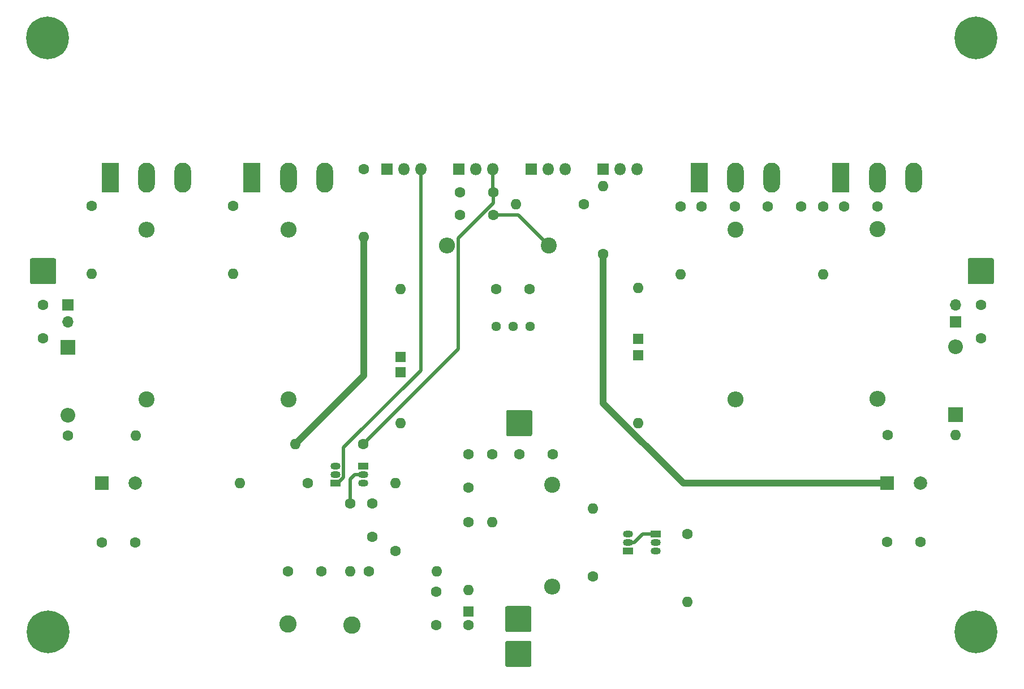
<source format=gbr>
G04 #@! TF.GenerationSoftware,KiCad,Pcbnew,(5.1.10-1-10_14)*
G04 #@! TF.CreationDate,2021-11-16T13:20:34+01:00*
G04 #@! TF.ProjectId,amp-mosfet-160w,616d702d-6d6f-4736-9665-742d31363077,rev?*
G04 #@! TF.SameCoordinates,Original*
G04 #@! TF.FileFunction,Copper,L1,Top*
G04 #@! TF.FilePolarity,Positive*
%FSLAX46Y46*%
G04 Gerber Fmt 4.6, Leading zero omitted, Abs format (unit mm)*
G04 Created by KiCad (PCBNEW (5.1.10-1-10_14)) date 2021-11-16 13:20:34*
%MOMM*%
%LPD*%
G01*
G04 APERTURE LIST*
G04 #@! TA.AperFunction,ComponentPad*
%ADD10C,1.600000*%
G04 #@! TD*
G04 #@! TA.AperFunction,ComponentPad*
%ADD11C,1.440000*%
G04 #@! TD*
G04 #@! TA.AperFunction,ComponentPad*
%ADD12O,2.400000X2.400000*%
G04 #@! TD*
G04 #@! TA.AperFunction,ComponentPad*
%ADD13C,2.400000*%
G04 #@! TD*
G04 #@! TA.AperFunction,ComponentPad*
%ADD14O,1.600000X1.600000*%
G04 #@! TD*
G04 #@! TA.AperFunction,ComponentPad*
%ADD15O,2.500000X4.500000*%
G04 #@! TD*
G04 #@! TA.AperFunction,ComponentPad*
%ADD16R,2.500000X4.500000*%
G04 #@! TD*
G04 #@! TA.AperFunction,ComponentPad*
%ADD17O,1.800000X1.800000*%
G04 #@! TD*
G04 #@! TA.AperFunction,ComponentPad*
%ADD18R,1.800000X1.800000*%
G04 #@! TD*
G04 #@! TA.AperFunction,ComponentPad*
%ADD19R,1.500000X1.050000*%
G04 #@! TD*
G04 #@! TA.AperFunction,ComponentPad*
%ADD20O,1.500000X1.050000*%
G04 #@! TD*
G04 #@! TA.AperFunction,ComponentPad*
%ADD21C,0.800000*%
G04 #@! TD*
G04 #@! TA.AperFunction,ComponentPad*
%ADD22C,6.400000*%
G04 #@! TD*
G04 #@! TA.AperFunction,ComponentPad*
%ADD23O,1.700000X1.700000*%
G04 #@! TD*
G04 #@! TA.AperFunction,ComponentPad*
%ADD24R,1.700000X1.700000*%
G04 #@! TD*
G04 #@! TA.AperFunction,ComponentPad*
%ADD25C,2.600000*%
G04 #@! TD*
G04 #@! TA.AperFunction,ComponentPad*
%ADD26O,2.200000X2.200000*%
G04 #@! TD*
G04 #@! TA.AperFunction,ComponentPad*
%ADD27R,2.200000X2.200000*%
G04 #@! TD*
G04 #@! TA.AperFunction,ComponentPad*
%ADD28R,1.600000X1.600000*%
G04 #@! TD*
G04 #@! TA.AperFunction,ComponentPad*
%ADD29C,2.000000*%
G04 #@! TD*
G04 #@! TA.AperFunction,ComponentPad*
%ADD30R,2.000000X2.000000*%
G04 #@! TD*
G04 #@! TA.AperFunction,Conductor*
%ADD31C,0.500000*%
G04 #@! TD*
G04 #@! TA.AperFunction,Conductor*
%ADD32C,1.000000*%
G04 #@! TD*
G04 APERTURE END LIST*
D10*
X64897000Y-82550000D03*
X64897000Y-87550000D03*
X205232000Y-87550000D03*
X205232000Y-82550000D03*
D11*
X132715000Y-85725000D03*
X135255000Y-85725000D03*
X137795000Y-85725000D03*
D12*
X189738000Y-96583500D03*
D13*
X189738000Y-71183500D03*
D12*
X168529000Y-96647000D03*
D13*
X168529000Y-71247000D03*
D14*
X160274000Y-77914500D03*
D10*
X160274000Y-67754500D03*
D14*
X181673500Y-77978000D03*
D10*
X181673500Y-67818000D03*
D14*
X135636000Y-67437000D03*
D10*
X145796000Y-67437000D03*
D12*
X141097000Y-124714000D03*
D13*
X141097000Y-109474000D03*
D14*
X78740000Y-102108000D03*
D10*
X68580000Y-102108000D03*
D14*
X201422000Y-101981000D03*
D10*
X191262000Y-101981000D03*
D12*
X101600000Y-71247000D03*
D13*
X101600000Y-96647000D03*
D12*
X80391000Y-71247000D03*
D13*
X80391000Y-96647000D03*
D14*
X93345000Y-77851000D03*
D10*
X93345000Y-67691000D03*
D14*
X72136000Y-77851000D03*
D10*
X72136000Y-67691000D03*
D14*
X112903000Y-72390000D03*
D10*
X112903000Y-62230000D03*
D14*
X132080000Y-115062000D03*
D10*
X132080000Y-104902000D03*
D14*
X128524000Y-125222000D03*
D10*
X128524000Y-115062000D03*
D12*
X125349000Y-73660000D03*
D13*
X140589000Y-73660000D03*
D14*
X148717000Y-64770000D03*
D10*
X148717000Y-74930000D03*
D14*
X94361000Y-109220000D03*
D10*
X104521000Y-109220000D03*
D14*
X117602000Y-109220000D03*
D10*
X117602000Y-119380000D03*
D14*
X147193000Y-112966500D03*
D10*
X147193000Y-123126500D03*
D14*
X102616000Y-103378000D03*
D10*
X112776000Y-103378000D03*
D14*
X161290000Y-127000000D03*
D10*
X161290000Y-116840000D03*
D14*
X110871000Y-122428000D03*
D10*
X110871000Y-112268000D03*
D14*
X123825000Y-122428000D03*
D10*
X113665000Y-122428000D03*
D15*
X195177000Y-63500000D03*
X189727000Y-63500000D03*
D16*
X184277000Y-63500000D03*
D15*
X107039000Y-63500000D03*
X101589000Y-63500000D03*
D16*
X96139000Y-63500000D03*
D17*
X132207000Y-62230000D03*
X129667000Y-62230000D03*
D18*
X127127000Y-62230000D03*
D17*
X143002000Y-62230000D03*
X140462000Y-62230000D03*
D18*
X137922000Y-62230000D03*
D19*
X108648500Y-109220000D03*
D20*
X108648500Y-106680000D03*
X108648500Y-107950000D03*
D19*
X152400000Y-119380000D03*
D20*
X152400000Y-116840000D03*
X152400000Y-118110000D03*
D19*
X156591000Y-116840000D03*
D20*
X156591000Y-119380000D03*
X156591000Y-118110000D03*
D15*
X173968000Y-63500000D03*
X168518000Y-63500000D03*
D16*
X163068000Y-63500000D03*
D15*
X85830000Y-63500000D03*
X80380000Y-63500000D03*
D16*
X74930000Y-63500000D03*
D17*
X153797000Y-62230000D03*
X151257000Y-62230000D03*
D18*
X148717000Y-62230000D03*
D17*
X121412000Y-62230000D03*
X118872000Y-62230000D03*
D18*
X116332000Y-62230000D03*
D19*
X112776000Y-106680000D03*
D20*
X112776000Y-109220000D03*
X112776000Y-107950000D03*
D21*
X206167056Y-129747944D03*
X204470000Y-129045000D03*
X202772944Y-129747944D03*
X202070000Y-131445000D03*
X202772944Y-133142056D03*
X204470000Y-133845000D03*
X206167056Y-133142056D03*
X206870000Y-131445000D03*
D22*
X204470000Y-131445000D03*
D21*
X67310000Y-129747944D03*
X65612944Y-129045000D03*
X63915888Y-129747944D03*
X63212944Y-131445000D03*
X63915888Y-133142056D03*
X65612944Y-133845000D03*
X67310000Y-133142056D03*
X68012944Y-131445000D03*
D22*
X65612944Y-131445000D03*
D21*
X206167056Y-40847944D03*
X204470000Y-40145000D03*
X202772944Y-40847944D03*
X202070000Y-42545000D03*
X202772944Y-44242056D03*
X204470000Y-44945000D03*
X206167056Y-44242056D03*
X206870000Y-42545000D03*
D22*
X204470000Y-42545000D03*
D21*
X67229056Y-40847944D03*
X65532000Y-40145000D03*
X63834944Y-40847944D03*
X63132000Y-42545000D03*
X63834944Y-44242056D03*
X65532000Y-44945000D03*
X67229056Y-44242056D03*
X67932000Y-42545000D03*
D22*
X65532000Y-42545000D03*
D23*
X68580000Y-85090000D03*
D24*
X68580000Y-82550000D03*
D23*
X201422000Y-82550000D03*
D24*
X201422000Y-85090000D03*
G04 #@! TA.AperFunction,ComponentPad*
G36*
G01*
X134067000Y-136446999D02*
X134067000Y-133047001D01*
G75*
G02*
X134317001Y-132797000I250001J0D01*
G01*
X137716999Y-132797000D01*
G75*
G02*
X137967000Y-133047001I0J-250001D01*
G01*
X137967000Y-136446999D01*
G75*
G02*
X137716999Y-136697000I-250001J0D01*
G01*
X134317001Y-136697000D01*
G75*
G02*
X134067000Y-136446999I0J250001D01*
G01*
G37*
G04 #@! TD.AperFunction*
G04 #@! TA.AperFunction,ComponentPad*
G36*
G01*
X134067000Y-131239999D02*
X134067000Y-127840001D01*
G75*
G02*
X134317001Y-127590000I250001J0D01*
G01*
X137716999Y-127590000D01*
G75*
G02*
X137967000Y-127840001I0J-250001D01*
G01*
X137967000Y-131239999D01*
G75*
G02*
X137716999Y-131490000I-250001J0D01*
G01*
X134317001Y-131490000D01*
G75*
G02*
X134067000Y-131239999I0J250001D01*
G01*
G37*
G04 #@! TD.AperFunction*
G04 #@! TA.AperFunction,ComponentPad*
G36*
G01*
X134194000Y-101902999D02*
X134194000Y-98503001D01*
G75*
G02*
X134444001Y-98253000I250001J0D01*
G01*
X137843999Y-98253000D01*
G75*
G02*
X138094000Y-98503001I0J-250001D01*
G01*
X138094000Y-101902999D01*
G75*
G02*
X137843999Y-102153000I-250001J0D01*
G01*
X134444001Y-102153000D01*
G75*
G02*
X134194000Y-101902999I0J250001D01*
G01*
G37*
G04 #@! TD.AperFunction*
G04 #@! TA.AperFunction,ComponentPad*
G36*
G01*
X62947000Y-79169999D02*
X62947000Y-75770001D01*
G75*
G02*
X63197001Y-75520000I250001J0D01*
G01*
X66596999Y-75520000D01*
G75*
G02*
X66847000Y-75770001I0J-250001D01*
G01*
X66847000Y-79169999D01*
G75*
G02*
X66596999Y-79420000I-250001J0D01*
G01*
X63197001Y-79420000D01*
G75*
G02*
X62947000Y-79169999I0J250001D01*
G01*
G37*
G04 #@! TD.AperFunction*
G04 #@! TA.AperFunction,ComponentPad*
G36*
G01*
X203282000Y-79169999D02*
X203282000Y-75770001D01*
G75*
G02*
X203532001Y-75520000I250001J0D01*
G01*
X206931999Y-75520000D01*
G75*
G02*
X207182000Y-75770001I0J-250001D01*
G01*
X207182000Y-79169999D01*
G75*
G02*
X206931999Y-79420000I-250001J0D01*
G01*
X203532001Y-79420000D01*
G75*
G02*
X203282000Y-79169999I0J250001D01*
G01*
G37*
G04 #@! TD.AperFunction*
D25*
X111125000Y-130429000D03*
X101536500Y-130238500D03*
D26*
X68580000Y-99060000D03*
D27*
X68580000Y-88900000D03*
D26*
X201422000Y-88773000D03*
D27*
X201422000Y-98933000D03*
D14*
X118364000Y-80137000D03*
D28*
X118364000Y-90297000D03*
D14*
X118364000Y-100203000D03*
D28*
X118364000Y-92583000D03*
D14*
X153924000Y-100203000D03*
D28*
X153924000Y-90043000D03*
D14*
X153924000Y-80010000D03*
D28*
X153924000Y-87630000D03*
D10*
X184738000Y-67818000D03*
X189738000Y-67818000D03*
X173355000Y-67754500D03*
X178355000Y-67754500D03*
X163465500Y-67754500D03*
X168465500Y-67754500D03*
X141144000Y-104902000D03*
X136144000Y-104902000D03*
D29*
X78660000Y-109220000D03*
D30*
X73660000Y-109220000D03*
D29*
X196198500Y-109220000D03*
D30*
X191198500Y-109220000D03*
D10*
X78660000Y-118110000D03*
X73660000Y-118110000D03*
X196198500Y-117983000D03*
X191198500Y-117983000D03*
X127254000Y-65659000D03*
X132254000Y-65659000D03*
X137715000Y-80137000D03*
X132715000Y-80137000D03*
X123698000Y-130412500D03*
X123698000Y-125412500D03*
X128524000Y-109902000D03*
X128524000Y-104902000D03*
X128524000Y-130429000D03*
D28*
X128524000Y-128429000D03*
D10*
X127254000Y-69088000D03*
X132254000Y-69088000D03*
X114173000Y-117268000D03*
X114173000Y-112268000D03*
X101553000Y-122428000D03*
X106553000Y-122428000D03*
D31*
X111526000Y-107950000D02*
X110871000Y-108605000D01*
X110871000Y-108605000D02*
X110871000Y-112268000D01*
X112776000Y-107950000D02*
X111526000Y-107950000D01*
X136017000Y-69088000D02*
X140589000Y-73660000D01*
X132254000Y-69088000D02*
X136017000Y-69088000D01*
X132207000Y-65612000D02*
X132254000Y-65659000D01*
X132207000Y-62230000D02*
X132207000Y-65612000D01*
X132254000Y-67237998D02*
X126999001Y-72492997D01*
X126999001Y-89154999D02*
X112776000Y-103378000D01*
X126999001Y-72492997D02*
X126999001Y-89154999D01*
X132254000Y-65659000D02*
X132254000Y-67237998D01*
D32*
X160720998Y-109220000D02*
X191198500Y-109220000D01*
X148717000Y-97216002D02*
X160720998Y-109220000D01*
X148717000Y-74930000D02*
X148717000Y-97216002D01*
X112903000Y-93091000D02*
X112903000Y-72390000D01*
X102616000Y-103378000D02*
X112903000Y-93091000D01*
X108839000Y-109220000D02*
X108883990Y-109175010D01*
X108648500Y-109220000D02*
X108839000Y-109220000D01*
D31*
X109848510Y-108353862D02*
X108982372Y-109220000D01*
X109848510Y-103876118D02*
X109848510Y-108353862D01*
X121412000Y-92312628D02*
X109848510Y-103876118D01*
X108982372Y-109220000D02*
X108648500Y-109220000D01*
X121412000Y-62230000D02*
X121412000Y-92312628D01*
X152400000Y-118110000D02*
X153352500Y-118110000D01*
X154622500Y-116840000D02*
X156591000Y-116840000D01*
X153352500Y-118110000D02*
X154622500Y-116840000D01*
M02*

</source>
